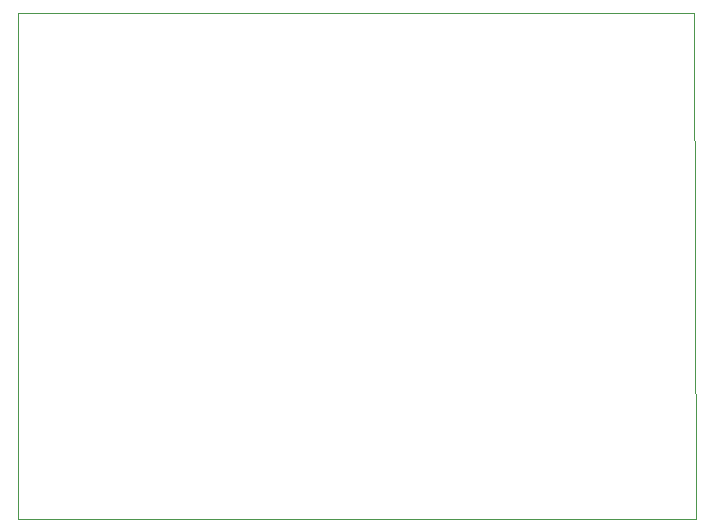
<source format=gbr>
%TF.GenerationSoftware,KiCad,Pcbnew,(6.0.7)*%
%TF.CreationDate,2024-03-23T14:20:04-04:00*%
%TF.ProjectId,single_cell_current,73696e67-6c65-45f6-9365-6c6c5f637572,rev?*%
%TF.SameCoordinates,Original*%
%TF.FileFunction,Profile,NP*%
%FSLAX46Y46*%
G04 Gerber Fmt 4.6, Leading zero omitted, Abs format (unit mm)*
G04 Created by KiCad (PCBNEW (6.0.7)) date 2024-03-23 14:20:04*
%MOMM*%
%LPD*%
G01*
G04 APERTURE LIST*
%TA.AperFunction,Profile*%
%ADD10C,0.100000*%
%TD*%
G04 APERTURE END LIST*
D10*
X242400000Y-44000000D02*
X242500000Y-86800000D01*
X242500000Y-86800000D02*
X185100000Y-86800000D01*
X185100000Y-86800000D02*
X185100000Y-44000000D01*
X185100000Y-44000000D02*
X242400000Y-44000000D01*
M02*

</source>
